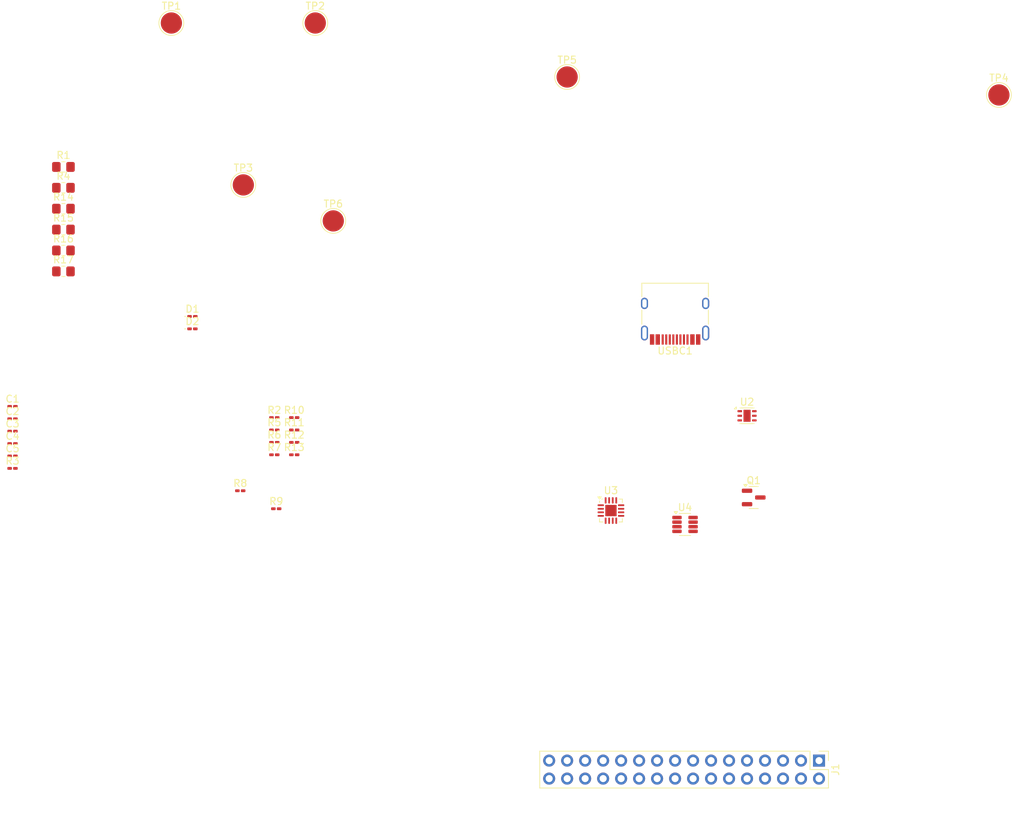
<source format=kicad_pcb>
(kicad_pcb (version 20241229) (generator "pcbnew") (generator_version "9.0")
  (layers (0 "F.Cu" signal) (2 "B.Cu" signal) (13 "F.Paste" user) (15 "B.Paste" user) (5 "F.SilkS" user "F.Silkscreen") (7 "B.SilkS" user "B.Silkscreen") (1 "F.Mask" user) (3 "B.Mask" user) (25 "Edge.Cuts" user))
  (net 0 "")
  (net 1 "/MOTOR3_B_OUT")
  (net 2 "GND")
  (net 3 "Net-(U2-VSET)")
  (net 6 "/MOTOR1_A_OUT")
  (net 7 "/BATT")
  (net 8 "/LOAD")
  (net 9 "/USART2_TX")
  (net 11 "Net-(U3-TS)")
  (net 12 "/FAST_CHARGE_CTRL")
  (net 13 "+5V")
  (net 14 "Net-(U4-A1)")
  (net 15 "/I2C1_SCL")
  (net 16 "Net-(U4-A0)")
  (net 17 "Net-(U4-IN+)")
  (net 26 "Net-(Q1-E)")
  (net 27 "Net-(Q1-B)")
  (net 28 "Net-(D2-K)")
  (net 29 "Net-(U3-ILIM)")
  (net 30 "Net-(D1-K)")
  (net 31 "/MOTOR1_CTRL1")
  (net 32 "/Motor2_B_OUT")
  (net 33 "/EXT_LOAD1_OUT")
  (net 34 "/Motor4_A_OUT")
  (net 35 "/USART2_RX")
  (net 36 "/High Voltage (9V)")
  (net 37 "/MOTOR1_B_OUT")
  (net 38 "/I2C1_SDA")
  (net 39 "/MOTOR3_CTRL2")
  (net 40 "/CTRL_EXT_LOAD2")
  (net 41 "/MOTOR4_CTRL2")
  (net 42 "/MOTOR2_CTRL1")
  (net 43 "/MOTOR2_CTRL2")
  (net 44 "/CTRL_EXT_LOAD1")
  (net 45 "/MOTOR4_CTRL1")
  (net 46 "/Motor2_A_OUT")
  (net 48 "/MOTOR3_CTRL1")
  (net 49 "/MOTOR1_CTRL2")
  (net 50 "/5V Out")
  (net 51 "/MOTOR3_A_OUT")
  (net 52 "/Motor4_B_OUT")
  (net 53 "/3V3 Out")
  (net 54 "/EXT_LOAD2_OUT")
  (net 55 "Net-(U2-CC2)")
  (net 56 "Net-(U2-CC1)")
  (net 57 "Net-(U3-ISET)")
  (net 58 "Net-(D2-A)")
  (net 59 "Net-(D1-A)")
  (net 60 "Net-(R3-Pad2)")
  (footprint "Package_DFN_QFN:DFN-6-1EP_2x2mm_P0.65mm_EP1.01x1.7mm" (layer "F.Cu") (at 142.24 80.855)
    (property "Reference" "U2" (at 0 -1.95 0) (layer "F.SilkS"))
    (property "Value" "HUSB237-AA001-DN06R")
    (fp_line (start -1 -1.11) (end 1 -1.11) (stroke (width 0.12)) (layer "F.SilkS"))
    (fp_line (start -1 1.11) (end 1 1.11) (stroke (width 0.12)) (layer "F.SilkS"))
    (fp_poly (pts (xy -1.52 -0.97) (xy -1.8 -0.97) (xy -1.52 -1.25) (xy -1.52 -0.97)) (stroke (width 0.12)) (fill yes) (layer "F.SilkS"))
    (pad "1" smd roundrect (at -1.0275 -0.65) (size 0.645 0.3) (layers "F.Cu" "F.Mask" "F.Paste") (net 56 "Net-(U2-CC1)"))
    (pad "2" smd roundrect (at -1.0275 0) (size 0.645 0.3) (layers "F.Cu" "F.Mask" "F.Paste") (net 36 "/High Voltage (9V)"))
    (pad "3" smd roundrect (at -1.0275 0.65) (size 0.645 0.3) (layers "F.Cu" "F.Mask" "F.Paste") (net 3 "Net-(U2-VSET)"))
    (pad "4" smd roundrect (at 1.0275 0.65) (size 0.645 0.3) (layers "F.Cu" "F.Mask" "F.Paste"))
    (pad "5" smd roundrect (at 1.0275 0) (size 0.645 0.3) (layers "F.Cu" "F.Mask" "F.Paste"))
    (pad "6" smd roundrect (at 1.0275 -0.65) (size 0.645 0.3) (layers "F.Cu" "F.Mask" "F.Paste") (net 55 "Net-(U2-CC2)"))
    (pad "7" smd rect (at 0 0) (size 1.01 1.7) (property pad_prop_heatsink) (layers "F.Cu" "F.Mask") (net 2 "GND"))
  )
  (footprint "Capacitor_SMD:C_0201_0603Metric_Pad0.64x0.40mm_HandSolder" (layer "F.Cu") (at 38.5325 83.03)
    (property "Reference" "C3" (at 0 -1.05 0) (layer "F.SilkS"))
    (property "Value" "4.7u")
    (pad "1" smd roundrect (at -0.4075 0) (size 0.635 0.4) (layers "F.Cu" "F.Mask") (net 7 "/BATT"))
    (pad "2" smd roundrect (at 0.4075 0) (size 0.635 0.4) (layers "F.Cu" "F.Mask") (net 2 "GND"))
  )
  (footprint "Connector_USB:USB_C_Receptacle_HRO_TYPE-C-31-M-12" (layer "F.Cu") (at 132.08 66.04 180)
    (property "Reference" "USBC1" (at 0 -5.645 0) (layer "F.SilkS"))
    (property "Value" "~")
    (fp_line (start 4.7 2) (end 4.7 3.9) (stroke (width 0.12)) (layer "F.SilkS"))
    (fp_line (start 4.7 -1.9) (end 4.7 0.1) (stroke (width 0.12)) (layer "F.SilkS"))
    (fp_line (start -4.7 3.9) (end 4.7 3.9) (stroke (width 0.12)) (layer "F.SilkS"))
    (fp_line (start -4.7 2) (end -4.7 3.9) (stroke (width 0.12)) (layer "F.SilkS"))
    (fp_line (start -4.7 -1.9) (end -4.7 0.1) (stroke (width 0.12)) (layer "F.SilkS"))
    (pad "" np_thru_hole circle (at -2.89 -2.6 180) (size 0.65 0.65) (drill 0.65) (layers "*.Cu" "*.Mask"))
    (pad "" np_thru_hole circle (at 2.89 -2.6 180) (size 0.65 0.65) (drill 0.65) (layers "*.Cu" "*.Mask"))
    (pad "A1" smd rect (at -3.25 -4.045 180) (size 0.6 1.45) (layers "F.Cu" "F.Mask" "F.Paste") (net 2 "GND"))
    (pad "A4" smd rect (at -2.45 -4.045 180) (size 0.6 1.45) (layers "F.Cu" "F.Mask" "F.Paste"))
    (pad "A5" smd rect (at -1.25 -4.045 180) (size 0.3 1.45) (layers "F.Cu" "F.Mask" "F.Paste") (net 56 "Net-(U2-CC1)"))
    (pad "A6" smd rect (at -0.25 -4.045 180) (size 0.3 1.45) (layers "F.Cu" "F.Mask" "F.Paste"))
    (pad "A7" smd rect (at 0.25 -4.045 180) (size 0.3 1.45) (layers "F.Cu" "F.Mask" "F.Paste"))
    (pad "A8" smd rect (at 1.25 -4.045 180) (size 0.3 1.45) (layers "F.Cu" "F.Mask" "F.Paste"))
    (pad "A9" smd rect (at 2.45 -4.045 180) (size 0.6 1.45) (layers "F.Cu" "F.Mask" "F.Paste"))
    (pad "A12" smd rect (at 3.25 -4.045 180) (size 0.6 1.45) (layers "F.Cu" "F.Mask" "F.Paste") (net 2 "GND"))
    (pad "B1" smd rect (at 3.25 -4.045 180) (size 0.6 1.45) (layers "F.Cu" "F.Mask" "F.Paste") (net 2 "GND"))
    (pad "B4" smd rect (at 2.45 -4.045 180) (size 0.6 1.45) (layers "F.Cu" "F.Mask" "F.Paste") (net 36 "/High Voltage (9V)"))
    (pad "B5" smd rect (at 1.75 -4.045 180) (size 0.3 1.45) (layers "F.Cu" "F.Mask" "F.Paste") (net 55 "Net-(U2-CC2)"))
    (pad "B6" smd rect (at 0.75 -4.045 180) (size 0.3 1.45) (layers "F.Cu" "F.Mask" "F.Paste"))
    (pad "B7" smd rect (at -0.75 -4.045 180) (size 0.3 1.45) (layers "F.Cu" "F.Mask" "F.Paste"))
    (pad "B8" smd rect (at -1.75 -4.045 180) (size 0.3 1.45) (layers "F.Cu" "F.Mask" "F.Paste"))
    (pad "B9" smd rect (at -2.45 -4.045 180) (size 0.6 1.45) (layers "F.Cu" "F.Mask" "F.Paste") (net 36 "/High Voltage (9V)"))
    (pad "B12" smd rect (at -3.25 -4.045 180) (size 0.6 1.45) (layers "F.Cu" "F.Mask" "F.Paste") (net 2 "GND"))
    (pad "S1" thru_hole oval (at -4.32 -3.13 180) (size 1 2.1) (drill oval 0.6 1.7) (property pad_prop_heatsink) (layers "*.Cu" "*.Mask"))
    (pad "S1" thru_hole oval (at -4.32 1.05 180) (size 1 1.6) (drill oval 0.6 1.2) (property pad_prop_heatsink) (layers "*.Cu" "*.Mask"))
    (pad "S1" thru_hole oval (at 4.32 -3.13 180) (size 1 2.1) (drill oval 0.6 1.7) (property pad_prop_heatsink) (layers "*.Cu" "*.Mask"))
    (pad "S1" thru_hole oval (at 4.32 1.05 180) (size 1 1.6) (drill oval 0.6 1.2) (property pad_prop_heatsink) (layers "*.Cu" "*.Mask"))
  )
  (footprint "Resistor_SMD:R_0805_2012Metric_Pad1.20x1.40mm_HandSolder" (layer "F.Cu") (at 45.72 48.67)
    (property "Reference" "R4" (at 0 -1.65 0) (layer "F.SilkS"))
    (property "Value" "150R")
    (fp_line (start -0.227064 -0.735) (end 0.227064 -0.735) (stroke (width 0.12)) (layer "F.SilkS"))
    (fp_line (start -0.227064 0.735) (end 0.227064 0.735) (stroke (width 0.12)) (layer "F.SilkS"))
    (pad "1" smd roundrect (at -1 0) (size 1.2 1.4) (layers "F.Cu" "F.Mask" "F.Paste") (roundrect_rratio 0.208333) (net 60 "Net-(R3-Pad2)"))
    (pad "2" smd roundrect (at 1 0) (size 1.2 1.4) (layers "F.Cu" "F.Mask" "F.Paste") (roundrect_rratio 0.208333) (net 2 "GND"))
  )
  (footprint "Connector_PinHeader_2.54mm:PinHeader_2x16_P2.54mm_Vertical" (layer "F.Cu") (at 152.4 129.54 -90)
    (property "Reference" "J1" (at 1.27 -2.33 90) (layer "F.SilkS"))
    (property "Value" "Conn_02x16_Odd_Even")
    (fp_line (start -1.33 39.43) (end 3.87 39.43) (stroke (width 0.12)) (layer "F.SilkS"))
    (fp_line (start -1.33 1.27) (end -1.33 39.43) (stroke (width 0.12)) (layer "F.SilkS"))
    (fp_line (start -1.33 1.27) (end 1.27 1.27) (stroke (width 0.12)) (layer "F.SilkS"))
    (fp_line (start 1.27 1.27) (end 1.27 -1.33) (stroke (width 0.12)) (layer "F.SilkS"))
    (fp_line (start -1.33 0) (end -1.33 -1.33) (stroke (width 0.12)) (layer "F.SilkS"))
    (fp_line (start -1.33 -1.33) (end 0 -1.33) (stroke (width 0.12)) (layer "F.SilkS"))
    (fp_line (start 1.27 -1.33) (end 3.87 -1.33) (stroke (width 0.12)) (layer "F.SilkS"))
    (fp_line (start 3.87 -1.33) (end 3.87 39.43) (stroke (width 0.12)) (layer "F.SilkS"))
    (pad "1" thru_hole rect (at 0 0 270) (size 1.7 1.7) (drill 1) (layers "*.Cu" "*.Mask") (net 32 "/Motor2_B_OUT"))
    (pad "2" thru_hole oval (at 2.54 0 270) (size 1.7 1.7) (drill 1) (layers "*.Cu" "*.Mask") (net 46 "/Motor2_A_OUT"))
    (pad "3" thru_hole oval (at 0 2.54 270) (size 1.7 1.7) (drill 1) (layers "*.Cu" "*.Mask") (net 34 "/Motor4_A_OUT"))
    (pad "4" thru_hole oval (at 2.54 2.54 270) (size 1.7 1.7) (drill 1) (layers "*.Cu" "*.Mask") (net 42 "/MOTOR2_CTRL1"))
    (pad "5" thru_hole oval (at 0 5.08 270) (size 1.7 1.7) (drill 1) (layers "*.Cu" "*.Mask") (net 52 "/Motor4_B_OUT"))
    (pad "6" thru_hole oval (at 2.54 5.08 270) (size 1.7 1.7) (drill 1) (layers "*.Cu" "*.Mask") (net 43 "/MOTOR2_CTRL2"))
    (pad "7" thru_hole oval (at 0 7.62 270) (size 1.7 1.7) (drill 1) (layers "*.Cu" "*.Mask") (net 40 "/CTRL_EXT_LOAD2"))
    (pad "8" thru_hole oval (at 2.54 7.62 270) (size 1.7 1.7) (drill 1) (layers "*.Cu" "*.Mask") (net 45 "/MOTOR4_CTRL1"))
    (pad "9" thru_hole oval (at 0 10.16 270) (size 1.7 1.7) (drill 1) (layers "*.Cu" "*.Mask") (net 35 "/USART2_RX"))
    (pad "10" thru_hole oval (at 2.54 10.16 270) (size 1.7 1.7) (drill 1) (layers "*.Cu" "*.Mask") (net 41 "/MOTOR4_CTRL2"))
    (pad "11" thru_hole oval (at 0 12.7 270) (size 1.7 1.7) (drill 1) (layers "*.Cu" "*.Mask") (net 54 "/EXT_LOAD2_OUT"))
    (pad "12" thru_hole oval (at 2.54 12.7 270) (size 1.7 1.7) (drill 1) (layers "*.Cu" "*.Mask") (net 9 "/USART2_TX"))
    (pad "13" thru_hole oval (at 0 15.24 270) (size 1.7 1.7) (drill 1) (layers "*.Cu" "*.Mask") (net 12 "/FAST_CHARGE_CTRL"))
    (pad "14" thru_hole oval (at 2.54 15.24 270) (size 1.7 1.7) (drill 1) (layers "*.Cu" "*.Mask") (net 7 "/BATT"))
    (pad "15" thru_hole oval (at 0 17.78 270) (size 1.7 1.7) (drill 1) (layers "*.Cu" "*.Mask"))
    (pad "16" thru_hole oval (at 2.54 17.78 270) (size 1.7 1.7) (drill 1) (layers "*.Cu" "*.Mask") (net 15 "/I2C1_SCL"))
    (pad "17" thru_hole oval (at 0 20.32 270) (size 1.7 1.7) (drill 1) (layers "*.Cu" "*.Mask") (net 38 "/I2C1_SDA"))
    (pad "18" thru_hole oval (at 2.54 20.32 270) (size 1.7 1.7) (drill 1) (layers "*.Cu" "*.Mask") (net 53 "/3V3 Out"))
    (pad "19" thru_hole oval (at 0 22.86 270) (size 1.7 1.7) (drill 1) (layers "*.Cu" "*.Mask") (net 2 "GND"))
    (pad "20" thru_hole oval (at 2.54 22.86 270) (size 1.7 1.7) (drill 1) (layers "*.Cu" "*.Mask") (net 50 "/5V Out"))
    (pad "21" thru_hole oval (at 0 25.4 270) (size 1.7 1.7) (drill 1) (layers "*.Cu" "*.Mask") (net 33 "/EXT_LOAD1_OUT"))
    (pad "22" thru_hole oval (at 2.54 25.4 270) (size 1.7 1.7) (drill 1) (layers "*.Cu" "*.Mask") (net 36 "/High Voltage (9V)"))
    (pad "23" thru_hole oval (at 0 27.94 270) (size 1.7 1.7) (drill 1) (layers "*.Cu" "*.Mask") (net 2 "GND"))
    (pad "24" thru_hole oval (at 2.54 27.94 270) (size 1.7 1.7) (drill 1) (layers "*.Cu" "*.Mask") (net 48 "/MOTOR3_CTRL1"))
    (pad "25" thru_hole oval (at 0 30.48 270) (size 1.7 1.7) (drill 1) (layers "*.Cu" "*.Mask") (net 44 "/CTRL_EXT_LOAD1"))
    (pad "26" thru_hole oval (at 2.54 30.48 270) (size 1.7 1.7) (drill 1) (layers "*.Cu" "*.Mask") (net 39 "/MOTOR3_CTRL2"))
    (pad "27" thru_hole oval (at 0 33.02 270) (size 1.7 1.7) (drill 1) (layers "*.Cu" "*.Mask") (net 51 "/MOTOR3_A_OUT"))
    (pad "28" thru_hole oval (at 2.54 33.02 270) (size 1.7 1.7) (drill 1) (layers "*.Cu" "*.Mask") (net 31 "/MOTOR1_CTRL1"))
    (pad "29" thru_hole oval (at 0 35.56 270) (size 1.7 1.7) (drill 1) (layers "*.Cu" "*.Mask") (net 1 "/MOTOR3_B_OUT"))
    (pad "30" thru_hole oval (at 2.54 35.56 270) (size 1.7 1.7) (drill 1) (layers "*.Cu" "*.Mask") (net 49 "/MOTOR1_CTRL2"))
    (pad "31" thru_hole oval (at 0 38.1 270) (size 1.7 1.7) (drill 1) (layers "*.Cu" "*.Mask") (net 37 "/MOTOR1_B_OUT"))
    (pad "32" thru_hole oval (at 2.54 38.1 270) (size 1.7 1.7) (drill 1) (layers "*.Cu" "*.Mask") (net 6 "/MOTOR1_A_OUT"))
  )
  (footprint "Resistor_SMD:R_0201_0603Metric_Pad0.64x0.40mm_HandSolder" (layer "F.Cu") (at 75.4975 81.11)
    (property "Reference" "R2" (at 0 -1.05 0) (layer "F.SilkS"))
    (property "Value" "75k")
    (pad "1" smd roundrect (at -0.4075 0) (size 0.635 0.4) (layers "F.Cu" "F.Mask") (net 3 "Net-(U2-VSET)"))
    (pad "2" smd roundrect (at 0.4075 0) (size 0.635 0.4) (layers "F.Cu" "F.Mask") (net 2 "GND"))
  )
  (footprint "Resistor_SMD:R_0201_0603Metric_Pad0.64x0.40mm_HandSolder" (layer "F.Cu") (at 78.3075 86.36)
    (property "Reference" "R13" (at 0 -1.05 0) (layer "F.SilkS"))
    (property "Value" "1k5")
    (pad "1" smd roundrect (at -0.4075 0) (size 0.635 0.4) (layers "F.Cu" "F.Mask") (net 2 "GND"))
    (pad "2" smd roundrect (at 0.4075 0) (size 0.635 0.4) (layers "F.Cu" "F.Mask") (net 57 "Net-(U3-ISET)"))
  )
  (footprint "LED_SMD:LED_0201_0603Metric_Pad0.64x0.40mm_HandSolder" (layer "F.Cu") (at 63.9325 66.83)
    (property "Reference" "D1" (at 0 -1.05 0) (layer "F.SilkS"))
    (property "Value" "LED")
    (fp_circle (center -1.035 0) (end -0.985 0) (stroke (width 0.1)) (fill no) (layer "F.SilkS"))
    (pad "1" smd roundrect (at -0.4075 0) (size 0.635 0.4) (layers "F.Cu" "F.Mask") (net 30 "Net-(D1-K)"))
    (pad "2" smd roundrect (at 0.4075 0) (size 0.635 0.4) (layers "F.Cu" "F.Mask") (net 59 "Net-(D1-A)"))
  )
  (footprint "Resistor_SMD:R_0805_2012Metric_Pad1.20x1.40mm_HandSolder" (layer "F.Cu") (at 45.72 57.52)
    (property "Reference" "R16" (at 0 -1.65 0) (layer "F.SilkS"))
    (property "Value" "1R")
    (fp_line (start -0.227064 -0.735) (end 0.227064 -0.735) (stroke (width 0.12)) (layer "F.SilkS"))
    (fp_line (start -0.227064 0.735) (end 0.227064 0.735) (stroke (width 0.12)) (layer "F.SilkS"))
    (pad "1" smd roundrect (at -1 0) (size 1.2 1.4) (layers "F.Cu" "F.Mask" "F.Paste") (roundrect_rratio 0.208333) (net 17 "Net-(U4-IN+)"))
    (pad "2" smd roundrect (at 1 0) (size 1.2 1.4) (layers "F.Cu" "F.Mask" "F.Paste") (roundrect_rratio 0.208333) (net 7 "/BATT"))
  )
  (footprint "TestPoint:TestPoint_Pad_D3.0mm" (layer "F.Cu") (at 177.8 35.56)
    (property "Reference" "TP4" (at 0 -2.398 0) (layer "F.SilkS"))
    (property "Value" "TestPoint")
    (fp_circle (center 0 0) (end 0 1.75) (stroke (width 0.12)) (fill no) (layer "F.SilkS"))
    (pad "1" smd circle (at 0 0) (size 3 3) (layers "F.Cu" "F.Mask") (net 2 "GND"))
  )
  (footprint "TestPoint:TestPoint_Pad_D3.0mm" (layer "F.Cu") (at 83.82 53.34)
    (property "Reference" "TP6" (at 0 -2.398 0) (layer "F.SilkS"))
    (property "Value" "TestPoint")
    (fp_circle (center 0 0) (end 0 1.75) (stroke (width 0.12)) (fill no) (layer "F.SilkS"))
    (pad "1" smd circle (at 0 0) (size 3 3) (layers "F.Cu" "F.Mask") (net 2 "GND"))
  )
  (footprint "Capacitor_SMD:C_0201_0603Metric_Pad0.64x0.40mm_HandSolder" (layer "F.Cu") (at 38.5325 79.53)
    (property "Reference" "C1" (at 0 -1.05 0) (layer "F.SilkS"))
    (property "Value" "1u")
    (pad "1" smd roundrect (at -0.4075 0) (size 0.635 0.4) (layers "F.Cu" "F.Mask") (net 13 "+5V"))
    (pad "2" smd roundrect (at 0.4075 0) (size 0.635 0.4) (layers "F.Cu" "F.Mask") (net 2 "GND"))
  )
  (footprint "Resistor_SMD:R_0201_0603Metric_Pad0.64x0.40mm_HandSolder" (layer "F.Cu") (at 75.4975 86.36)
    (property "Reference" "R7" (at 0 -1.05 0) (layer "F.SilkS"))
    (property "Value" "10k")
    (pad "1" smd roundrect (at -0.4075 0) (size 0.635 0.4) (layers "F.Cu" "F.Mask") (net 11 "Net-(U3-TS)"))
    (pad "2" smd roundrect (at 0.4075 0) (size 0.635 0.4) (layers "F.Cu" "F.Mask") (net 2 "GND"))
  )
  (footprint "Resistor_SMD:R_0201_0603Metric_Pad0.64x0.40mm_HandSolder" (layer "F.Cu") (at 78.3075 81.11)
    (property "Reference" "R10" (at 0 -1.05 0) (layer "F.SilkS"))
    (property "Value" "10k")
    (pad "1" smd roundrect (at -0.4075 0) (size 0.635 0.4) (layers "F.Cu" "F.Mask") (net 16 "Net-(U4-A0)"))
    (pad "2" smd roundrect (at 0.4075 0) (size 0.635 0.4) (layers "F.Cu" "F.Mask") (net 2 "GND"))
  )
  (footprint "TestPoint:TestPoint_Pad_D3.0mm" (layer "F.Cu") (at 71.12 48.26)
    (property "Reference" "TP3" (at 0 -2.398 0) (layer "F.SilkS"))
    (property "Value" "TestPoint")
    (fp_circle (center 0 0) (end 0 1.75) (stroke (width 0.12)) (fill no) (layer "F.SilkS"))
    (pad "1" smd circle (at 0 0) (size 3 3) (layers "F.Cu" "F.Mask") (net 2 "GND"))
  )
  (footprint "Resistor_SMD:R_0805_2012Metric_Pad1.20x1.40mm_HandSolder" (layer "F.Cu") (at 45.72 51.62)
    (property "Reference" "R14" (at 0 -1.65 0) (layer "F.SilkS"))
    (property "Value" "1R")
    (fp_line (start -0.227064 -0.735) (end 0.227064 -0.735) (stroke (width 0.12)) (layer "F.SilkS"))
    (fp_line (start -0.227064 0.735) (end 0.227064 0.735) (stroke (width 0.12)) (layer "F.SilkS"))
    (pad "1" smd roundrect (at -1 0) (size 1.2 1.4) (layers "F.Cu" "F.Mask" "F.Paste") (roundrect_rratio 0.208333) (net 17 "Net-(U4-IN+)"))
    (pad "2" smd roundrect (at 1 0) (size 1.2 1.4) (layers "F.Cu" "F.Mask" "F.Paste") (roundrect_rratio 0.208333) (net 7 "/BATT"))
  )
  (footprint "Resistor_SMD:R_0201_0603Metric_Pad0.64x0.40mm_HandSolder" (layer "F.Cu") (at 78.3075 82.86)
    (property "Reference" "R11" (at 0 -1.05 0) (layer "F.SilkS"))
    (property "Value" "1k5")
    (pad "1" smd roundrect (at -0.4075 0) (size 0.635 0.4) (layers "F.Cu" "F.Mask") (net 2 "GND"))
    (pad "2" smd roundrect (at 0.4075 0) (size 0.635 0.4) (layers "F.Cu" "F.Mask") (net 29 "Net-(U3-ILIM)"))
  )
  (footprint "Resistor_SMD:R_0201_0603Metric_Pad0.64x0.40mm_HandSolder" (layer "F.Cu") (at 75.7675 93.98)
    (property "Reference" "R9" (at 0 -1.05 0) (layer "F.SilkS"))
    (property "Value" "1k5")
    (pad "1" smd roundrect (at -0.4075 0) (size 0.635 0.4) (layers "F.Cu" "F.Mask") (net 8 "/LOAD"))
    (pad "2" smd roundrect (at 0.4075 0) (size 0.635 0.4) (layers "F.Cu" "F.Mask") (net 59 "Net-(D1-A)"))
  )
  (footprint "Resistor_SMD:R_0201_0603Metric_Pad0.64x0.40mm_HandSolder" (layer "F.Cu") (at 78.3075 84.61)
    (property "Reference" "R12" (at 0 -1.05 0) (layer "F.SilkS"))
    (property "Value" "1k5")
    (pad "1" smd roundrect (at -0.4075 0) (size 0.635 0.4) (layers "F.Cu" "F.Mask") (net 12 "/FAST_CHARGE_CTRL"))
    (pad "2" smd roundrect (at 0.4075 0) (size 0.635 0.4) (layers "F.Cu" "F.Mask") (net 27 "Net-(Q1-B)"))
  )
  (footprint "TestPoint:TestPoint_Pad_D3.0mm" (layer "F.Cu") (at 81.28 25.4)
    (property "Reference" "TP2" (at 0 -2.398 0) (layer "F.SilkS"))
    (property "Value" "TestPoint")
    (fp_circle (center 0 0) (end 0 1.75) (stroke (width 0.12)) (fill no) (layer "F.SilkS"))
    (pad "1" smd circle (at 0 0) (size 3 3) (layers "F.Cu" "F.Mask") (net 7 "/BATT"))
  )
  (footprint "TestPoint:TestPoint_Pad_D3.0mm" (layer "F.Cu") (at 116.84 33.02)
    (property "Reference" "TP5" (at 0 -2.398 0) (layer "F.SilkS"))
    (property "Value" "TestPoint")
    (fp_circle (center 0 0) (end 0 1.75) (stroke (width 0.12)) (fill no) (layer "F.SilkS"))
    (pad "1" smd circle (at 0 0) (size 3 3) (layers "F.Cu" "F.Mask") (net 26 "Net-(Q1-E)"))
  )
  (footprint "Resistor_SMD:R_0201_0603Metric_Pad0.64x0.40mm_HandSolder" (layer "F.Cu") (at 75.4975 82.86)
    (property "Reference" "R5" (at 0 -1.05 0) (layer "F.SilkS"))
    (property "Value" "10k")
    (pad "1" smd roundrect (at -0.4075 0) (size 0.635 0.4) (layers "F.Cu" "F.Mask") (net 13 "+5V"))
    (pad "2" smd roundrect (at 0.4075 0) (size 0.635 0.4) (layers "F.Cu" "F.Mask") (net 14 "Net-(U4-A1)"))
  )
  (footprint "TestPoint:TestPoint_Pad_D3.0mm" (layer "F.Cu") (at 60.96 25.4)
    (property "Reference" "TP1" (at 0 -2.398 0) (layer "F.SilkS"))
    (property "Value" "TestPoint")
    (fp_circle (center 0 0) (end 0 1.75) (stroke (width 0.12)) (fill no) (layer "F.SilkS"))
    (pad "1" smd circle (at 0 0) (size 3 3) (layers "F.Cu" "F.Mask") (net 17 "Net-(U4-IN+)"))
  )
  (footprint "Package_DFN_QFN:VQFN-16-1EP_3x3mm_P0.5mm_EP1.6x1.6mm" (layer "F.Cu") (at 123.0225 94.235)
    (property "Reference" "U3" (at 0 -2.83 0) (layer "F.SilkS"))
    (property "Value" "BQ24074RGT")
    (fp_line (start -1.61 -1.135) (end -1.61 -1.37) (stroke (width 0.12)) (layer "F.SilkS"))
    (fp_line (start -1.61 1.61) (end -1.61 1.135) (stroke (width 0.12)) (layer "F.SilkS"))
    (fp_line (start -1.135 -1.61) (end -1.31 -1.61) (stroke (width 0.12)) (layer "F.SilkS"))
    (fp_line (start -1.135 1.61) (end -1.61 1.61) (stroke (width 0.12)) (layer "F.SilkS"))
    (fp_line (start 1.135 -1.61) (end 1.61 -1.61) (stroke (width 0.12)) (layer "F.SilkS"))
    (fp_line (start 1.135 1.61) (end 1.61 1.61) (stroke (width 0.12)) (layer "F.SilkS"))
    (fp_line (start 1.61 -1.61) (end 1.61 -1.135) (stroke (width 0.12)) (layer "F.SilkS"))
    (fp_line (start 1.61 1.61) (end 1.61 1.135) (stroke (width 0.12)) (layer "F.SilkS"))
    (fp_poly (pts (xy -1.61 -1.61) (xy -1.85 -1.94) (xy -1.37 -1.94) (xy -1.61 -1.61)) (stroke (width 0.12)) (fill yes) (layer "F.SilkS"))
    (pad "1" smd roundrect (at -1.4375 -0.75) (size 0.875 0.25) (layers "F.Cu" "F.Mask" "F.Paste") (net 11 "Net-(U3-TS)"))
    (pad "2" smd roundrect (at -1.4375 -0.25) (size 0.875 0.25) (layers "F.Cu" "F.Mask" "F.Paste") (net 7 "/BATT"))
    (pad "3" smd roundrect (at -1.4375 0.25) (size 0.875 0.25) (layers "F.Cu" "F.Mask" "F.Paste") (net 7 "/BATT"))
    (pad "4" smd roundrect (at -1.4375 0.75) (size 0.875 0.25) (layers "F.Cu" "F.Mask" "F.Paste") (net 2 "GND"))
    (pad "5" smd roundrect (at -0.75 1.4375) (size 0.25 0.875) (layers "F.Cu" "F.Mask" "F.Paste") (net 2 "GND"))
    (pad "6" smd roundrect (at -0.25 1.4375) (size 0.25 0.875) (layers "F.Cu" "F.Mask" "F.Paste") (net 2 "GND"))
    (pad "7" smd roundrect (at 0.25 1.4375) (size 0.25 0.875) (layers "F.Cu" "F.Mask" "F.Paste") (net 28 "Net-(D2-K)"))
    (pad "8" smd roundrect (at 0.75 1.4375) (size 0.25 0.875) (layers "F.Cu" "F.Mask" "F.Paste") (net 2 "GND"))
    (pad "9" smd roundrect (at 1.4375 0.75) (size 0.875 0.25) (layers "F.Cu" "F.Mask" "F.Paste") (net 30 "Net-(D1-K)"))
    (pad "10" smd roundrect (at 1.4375 0.25) (size 0.875 0.25) (layers "F.Cu" "F.Mask" "F.Paste") (net 8 "/LOAD"))
    (pad "11" smd roundrect (at 1.4375 -0.25) (size 0.875 0.25) (layers "F.Cu" "F.Mask" "F.Paste") (net 8 "/LOAD"))
    (pad "12" smd roundrect (at 1.4375 -0.75) (size 0.875 0.25) (layers "F.Cu" "F.Mask" "F.Paste") (net 29 "Net-(U3-ILIM)"))
    (pad "13" smd roundrect (at 0.75 -1.4375) (size 0.25 0.875) (layers "F.Cu" "F.Mask" "F.Paste") (net 36 "/High Voltage (9V)"))
    (pad "14" smd roundrect (at 0.25 -1.4375) (size 0.25 0.875) (layers "F.Cu" "F.Mask" "F.Paste") (net 2 "GND"))
    (pad "15" smd roundrect (at -0.25 -1.4375) (size 0.25 0.875) (layers "F.Cu" "F.Mask" "F.Paste"))
    (pad "16" smd roundrect (at -0.75 -1.4375) (size 0.25 0.875) (layers "F.Cu" "F.Mask" "F.Paste") (net 57 "Net-(U3-ISET)"))
    (pad "17" smd rect (at 0 0) (size 1.6 1.6) (property pad_prop_heatsink) (layers "F.Cu" "F.Mask") (net 2 "GND"))
  )
  (footprint "Resistor_SMD:R_0201_0603Metric_Pad0.64x0.40mm_HandSolder" (layer "F.Cu") (at 75.4975 84.61)
    (property "Reference" "R6" (at 0 -1.05 0) (layer "F.SilkS"))
    (property "Value" "1k5")
    (pad "1" smd roundrect (at -0.4075 0) (size 0.635 0.4) (layers "F.Cu" "F.Mask") (net 26 "Net-(Q1-E)"))
    (pad "2" smd roundrect (at 0.4075 0) (size 0.635 0.4) (layers "F.Cu" "F.Mask") (net 2 "GND"))
  )
  (footprint "Resistor_SMD:R_0805_2012Metric_Pad1.20x1.40mm_HandSolder" (layer "F.Cu") (at 45.72 45.72)
    (property "Reference" "R1" (at 0 -1.65 0) (layer "F.SilkS"))
    (property "Value" "1R")
    (fp_line (start -0.227064 -0.735) (end 0.227064 -0.735) (stroke (width 0.12)) (layer "F.SilkS"))
    (fp_line (start -0.227064 0.735) (end 0.227064 0.735) (stroke (width 0.12)) (layer "F.SilkS"))
    (pad "1" smd roundrect (at -1 0) (size 1.2 1.4) (layers "F.Cu" "F.Mask" "F.Paste") (roundrect_rratio 0.208333) (net 17 "Net-(U4-IN+)"))
    (pad "2" smd roundrect (at 1 0) (size 1.2 1.4) (layers "F.Cu" "F.Mask" "F.Paste") (roundrect_rratio 0.208333) (net 7 "/BATT"))
  )
  (footprint "Package_TO_SOT_SMD:SOT-23" (layer "F.Cu") (at 143.1775 92.39)
    (property "Reference" "Q1" (at 0 -2.4 0) (layer "F.SilkS"))
    (property "Value" "MMBT5551L")
    (fp_line (start 0 -1.56) (end -0.65 -1.56) (stroke (width 0.12)) (layer "F.SilkS"))
    (fp_line (start 0 -1.56) (end 0.65 -1.56) (stroke (width 0.12)) (layer "F.SilkS"))
    (fp_line (start 0 1.56) (end -0.65 1.56) (stroke (width 0.12)) (layer "F.SilkS"))
    (fp_line (start 0 1.56) (end 0.65 1.56) (stroke (width 0.12)) (layer "F.SilkS"))
    (fp_poly (pts (xy -1.1625 -1.51) (xy -1.4025 -1.84) (xy -0.9225 -1.84) (xy -1.1625 -1.51)) (stroke (width 0.12)) (fill yes) (layer "F.SilkS"))
    (pad "1" smd roundrect (at -0.9375 -0.95) (size 1.475 0.6) (layers "F.Cu" "F.Mask" "F.Paste") (net 27 "Net-(Q1-B)"))
    (pad "2" smd roundrect (at -0.9375 0.95) (size 1.475 0.6) (layers "F.Cu" "F.Mask" "F.Paste") (net 26 "Net-(Q1-E)"))
    (pad "3" smd roundrect (at 0.9375 0) (size 1.475 0.6) (layers "F.Cu" "F.Mask" "F.Paste") (net 2 "GND"))
  )
  (footprint "Resistor_SMD:R_0805_2012Metric_Pad1.20x1.40mm_HandSolder" (layer "F.Cu") (at 45.72 54.57)
    (property "Reference" "R15" (at 0 -1.65 0) (layer "F.SilkS"))
    (property "Value" "1R")
    (fp_line (start -0.227064 -0.735) (end 0.227064 -0.735) (stroke (width 0.12)) (layer "F.SilkS"))
    (fp_line (start -0.227064 0.735) (end 0.227064 0.735) (stroke (width 0.12)) (layer "F.SilkS"))
    (pad "1" smd roundrect (at -1 0) (size 1.2 1.4) (layers "F.Cu" "F.Mask" "F.Paste") (roundrect_rratio 0.208333) (net 17 "Net-(U4-IN+)"))
    (pad "2" smd roundrect (at 1 0) (size 1.2 1.4) (layers "F.Cu" "F.Mask" "F.Paste") (roundrect_rratio 0.208333) (net 7 "/BATT"))
  )
  (footprint "Capacitor_SMD:C_0201_0603Metric_Pad0.64x0.40mm_HandSolder" (layer "F.Cu") (at 38.5325 81.28)
    (property "Reference" "C2" (at 0 -1.05 0) (layer "F.SilkS"))
    (property "Value" "1u")
    (pad "1" smd roundrect (at -0.4075 0) (size 0.635 0.4) (layers "F.Cu" "F.Mask") (net 2 "GND"))
    (pad "2" smd roundrect (at 0.4075 0) (size 0.635 0.4) (layers "F.Cu" "F.Mask") (net 36 "/High Voltage (9V)"))
  )
  (footprint "Package_TO_SOT_SMD:SOT-23-8" (layer "F.Cu") (at 133.4825 96.195)
    (property "Reference" "U4" (at 0 -2.4 0) (layer "F.SilkS"))
    (property "Value" "INA219AxDCN SOT-23")
    (fp_line (start 0 -1.56) (end -0.8 -1.56) (stroke (width 0.12)) (layer "F.SilkS"))
    (fp_line (start 0 -1.56) (end 0.8 -1.56) (stroke (width 0.12)) (layer "F.SilkS"))
    (fp_line (start 0 1.56) (end -0.8 1.56) (stroke (width 0.12)) (layer "F.SilkS"))
    (fp_line (start 0 1.56) (end 0.8 1.56) (stroke (width 0.12)) (layer "F.SilkS"))
    (fp_poly (pts (xy -1.3 -1.485) (xy -1.54 -1.815) (xy -1.06 -1.815) (xy -1.3 -1.485)) (stroke (width 0.12)) (fill yes) (layer "F.SilkS"))
    (pad "1" smd roundrect (at -1.1375 -0.975) (size 1.325 0.5) (layers "F.Cu" "F.Mask" "F.Paste") (net 17 "Net-(U4-IN+)"))
    (pad "2" smd roundrect (at -1.1375 -0.325) (size 1.325 0.5) (layers "F.Cu" "F.Mask" "F.Paste") (net 7 "/BATT"))
    (pad "3" smd roundrect (at -1.1375 0.325) (size 1.325 0.5) (layers "F.Cu" "F.Mask" "F.Paste") (net 2 "GND"))
    (pad "4" smd roundrect (at -1.1375 0.975) (size 1.325 0.5) (layers "F.Cu" "F.Mask" "F.Paste") (net 13 "+5V"))
    (pad "5" smd roundrect (at 1.1375 0.975) (size 1.325 0.5) (layers "F.Cu" "F.Mask" "F.Paste") (net 15 "/I2C1_SCL"))
    (pad "6" smd roundrect (at 1.1375 0.325) (size 1.325 0.5) (layers "F.Cu" "F.Mask" "F.Paste") (net 38 "/I2C1_SDA"))
    (pad "7" smd roundrect (at 1.1375 -0.325) (size 1.325 0.5) (layers "F.Cu" "F.Mask" "F.Paste") (net 16 "Net-(U4-A0)"))
    (pad "8" smd roundrect (at 1.1375 -0.975) (size 1.325 0.5) (layers "F.Cu" "F.Mask" "F.Paste") (net 14 "Net-(U4-A1)"))
  )
  (footprint "LED_SMD:LED_0201_0603Metric_Pad0.64x0.40mm_HandSolder" (layer "F.Cu") (at 63.9325 68.58)
    (property "Reference" "D2" (at 0 -1.05 0) (layer "F.SilkS"))
    (property "Value" "LED")
    (fp_circle (center -1.035 0) (end -0.985 0) (stroke (width 0.1)) (fill no) (layer "F.SilkS"))
    (pad "1" smd roundrect (at -0.4075 0) (size 0.635 0.4) (layers "F.Cu" "F.Mask") (net 28 "Net-(D2-K)"))
    (pad "2" smd roundrect (at 0.4075 0) (size 0.635 0.4) (layers "F.Cu" "F.Mask") (net 58 "Net-(D2-A)"))
  )
  (footprint "Capacitor_SMD:C_0201_0603Metric_Pad0.64x0.40mm_HandSolder" (layer "F.Cu") (at 38.5325 86.53)
    (property "Reference" "C5" (at 0 -1.05 0) (layer "F.SilkS"))
    (property "Value" "1u")
    (pad "1" smd roundrect (at -0.4075 0) (size 0.635 0.4) (layers "F.Cu" "F.Mask") (net 36 "/High Voltage (9V)"))
    (pad "2" smd roundrect (at 0.4075 0) (size 0.635 0.4) (layers "F.Cu" "F.Mask") (net 2 "GND"))
  )
  (footprint "Capacitor_SMD:C_0201_0603Metric_Pad0.64x0.40mm_HandSolder" (layer "F.Cu") (at 38.5325 84.78)
    (property "Reference" "C4" (at 0 -1.05 0) (layer "F.SilkS"))
    (property "Value" "4.7u")
    (pad "1" smd roundrect (at -0.4075 0) (size 0.635 0.4) (layers "F.Cu" "F.Mask") (net 2 "GND"))
    (pad "2" smd roundrect (at 0.4075 0) (size 0.635 0.4) (layers "F.Cu" "F.Mask") (net 2 "GND"))
  )
  (footprint "Resistor_SMD:R_0201_0603Metric_Pad0.64x0.40mm_HandSolder" (layer "F.Cu") (at 38.5325 88.28)
    (property "Reference" "R3" (at 0 -1.05 0) (layer "F.SilkS"))
    (property "Value" "4k3")
    (pad "1" smd roundrect (at -0.4075 0) (size 0.635 0.4) (layers "F.Cu" "F.Mask") (net 2 "GND"))
    (pad "2" smd roundrect (at 0.4075 0) (size 0.635 0.4) (layers "F.Cu" "F.Mask") (net 60 "Net-(R3-Pad2)"))
  )
  (footprint "Resistor_SMD:R_0805_2012Metric_Pad1.20x1.40mm_HandSolder" (layer "F.Cu") (at 45.72 60.47)
    (property "Reference" "R17" (at 0 -1.65 0) (layer "F.SilkS"))
    (property "Value" "1R")
    (fp_line (start -0.227064 -0.735) (end 0.227064 -0.735) (stroke (width 0.12)) (layer "F.SilkS"))
    (fp_line (start -0.227064 0.735) (end 0.227064 0.735) (stroke (width 0.12)) (layer "F.SilkS"))
    (pad "1" smd roundrect (at -1 0) (size 1.2 1.4) (layers "F.Cu" "F.Mask" "F.Paste") (roundrect_rratio 0.208333) (net 17 "Net-(U4-IN+)"))
    (pad "2" smd roundrect (at 1 0) (size 1.2 1.4) (layers "F.Cu" "F.Mask" "F.Paste") (roundrect_rratio 0.208333) (net 7 "/BATT"))
  )
  (footprint "Resistor_SMD:R_0201_0603Metric_Pad0.64x0.40mm_HandSolder" (layer "F.Cu") (at 70.6875 91.44)
    (property "Reference" "R8" (at 0 -1.05 0) (layer "F.SilkS"))
    (property "Value" "1k5")
    (pad "1" smd roundrect (at -0.4075 0) (size 0.635 0.4) (layers "F.Cu" "F.Mask") (net 8 "/LOAD"))
    (pad "2" smd roundrect (at 0.4075 0) (size 0.635 0.4) (layers "F.Cu" "F.Mask") (net 58 "Net-(D2-A)"))
  )
)
</source>
